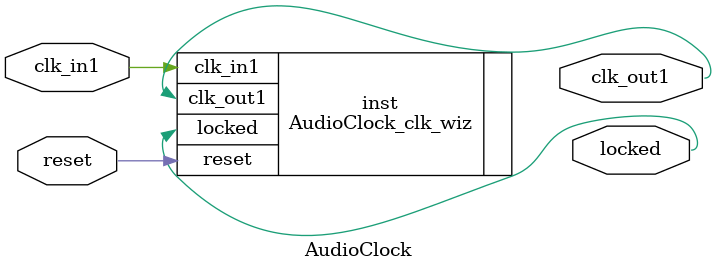
<source format=v>


`timescale 1ps/1ps

(* CORE_GENERATION_INFO = "AudioClock,clk_wiz_v6_0_10_0_0,{component_name=AudioClock,use_phase_alignment=true,use_min_o_jitter=false,use_max_i_jitter=false,use_dyn_phase_shift=false,use_inclk_switchover=false,use_dyn_reconfig=false,enable_axi=0,feedback_source=FDBK_AUTO,PRIMITIVE=MMCM,num_out_clk=1,clkin1_period=10.000,clkin2_period=10.000,use_power_down=false,use_reset=true,use_locked=true,use_inclk_stopped=false,feedback_type=SINGLE,CLOCK_MGR_TYPE=NA,manual_override=false}" *)

module AudioClock 
 (
  // Clock out ports
  output        clk_out1,
  // Status and control signals
  input         reset,
  output        locked,
 // Clock in ports
  input         clk_in1
 );

  AudioClock_clk_wiz inst
  (
  // Clock out ports  
  .clk_out1(clk_out1),
  // Status and control signals               
  .reset(reset), 
  .locked(locked),
 // Clock in ports
  .clk_in1(clk_in1)
  );

endmodule

</source>
